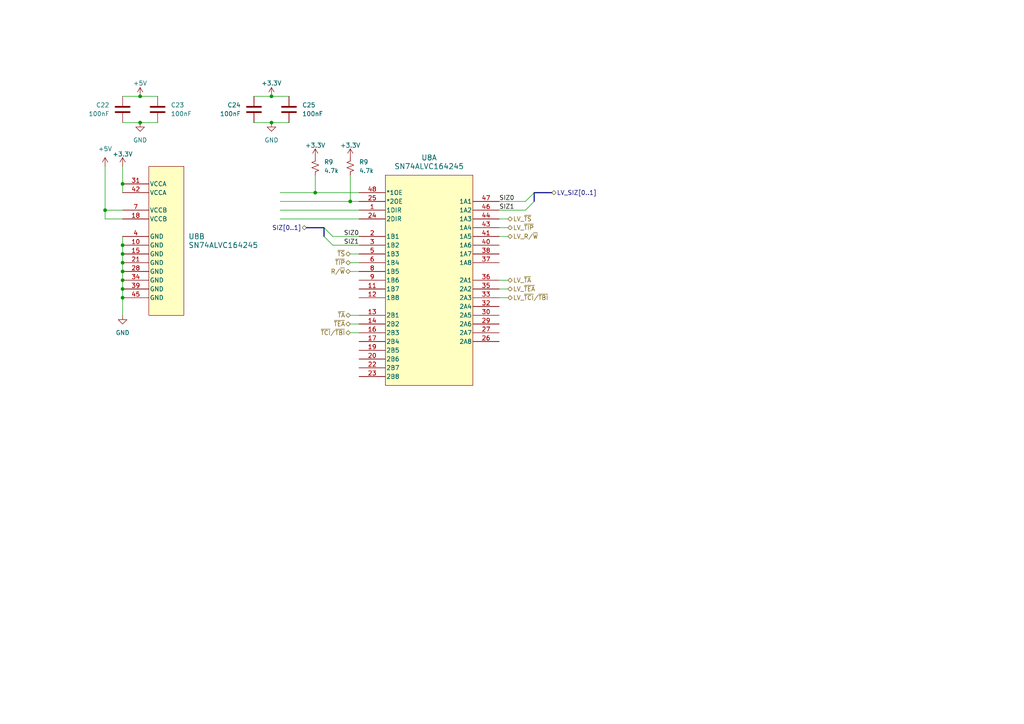
<source format=kicad_sch>
(kicad_sch (version 20230121) (generator eeschema)
  (paper "A4")
  (lib_symbols
    (symbol "68040:SN74ALVC164245" (pin_names (offset 0.254))
      (property "Reference" "U" (at 0 35.56 0))
      (property "Value" "SN74ALVC164245" (at 0 33.02 0))
      (symbol "SN74ALVC164245_1_1"
        (rectangle (start -12.7 30.48) (end 12.7 -30.48) (fill (type background)))
        (pin input line (at -20.32 20.32 0) (length 7.62) (name "1DIR") (number "1"))
        (pin bidirectional line (at -20.32 -2.54 0) (length 7.62) (name "1B7") (number "11"))
        (pin bidirectional line (at -20.32 -5.08 0) (length 7.62) (name "1B8") (number "12"))
        (pin bidirectional line (at -20.32 -10.16 0) (length 7.62) (name "2B1") (number "13"))
        (pin bidirectional line (at -20.32 -12.7 0) (length 7.62) (name "2B2") (number "14"))
        (pin bidirectional line (at -20.32 -15.24 0) (length 7.62) (name "2B3") (number "16"))
        (pin bidirectional line (at -20.32 -17.78 0) (length 7.62) (name "2B4") (number "17"))
        (pin bidirectional line (at -20.32 -20.32 0) (length 7.62) (name "2B5") (number "19"))
        (pin bidirectional line (at -20.32 12.7 0) (length 7.62) (name "1B1") (number "2"))
        (pin bidirectional line (at -20.32 -22.86 0) (length 7.62) (name "2B6") (number "20"))
        (pin bidirectional line (at -20.32 -25.4 0) (length 7.62) (name "2B7") (number "22"))
        (pin bidirectional line (at -20.32 -27.94 0) (length 7.62) (name "2B8") (number "23"))
        (pin input line (at -20.32 17.78 0) (length 7.62) (name "2DIR") (number "24"))
        (pin input line (at -20.32 22.86 0) (length 7.62) (name "*2OE") (number "25"))
        (pin bidirectional line (at 20.32 -17.78 180) (length 7.62) (name "2A8") (number "26"))
        (pin bidirectional line (at 20.32 -15.24 180) (length 7.62) (name "2A7") (number "27"))
        (pin bidirectional line (at 20.32 -12.7 180) (length 7.62) (name "2A6") (number "29"))
        (pin bidirectional line (at -20.32 10.16 0) (length 7.62) (name "1B2") (number "3"))
        (pin bidirectional line (at 20.32 -10.16 180) (length 7.62) (name "2A5") (number "30"))
        (pin bidirectional line (at 20.32 -7.62 180) (length 7.62) (name "2A4") (number "32"))
        (pin bidirectional line (at 20.32 -5.08 180) (length 7.62) (name "2A3") (number "33"))
        (pin bidirectional line (at 20.32 -2.54 180) (length 7.62) (name "2A2") (number "35"))
        (pin bidirectional line (at 20.32 0 180) (length 7.62) (name "2A1") (number "36"))
        (pin bidirectional line (at 20.32 5.08 180) (length 7.62) (name "1A8") (number "37"))
        (pin bidirectional line (at 20.32 7.62 180) (length 7.62) (name "1A7") (number "38"))
        (pin bidirectional line (at 20.32 10.16 180) (length 7.62) (name "1A6") (number "40"))
        (pin bidirectional line (at 20.32 12.7 180) (length 7.62) (name "1A5") (number "41"))
        (pin bidirectional line (at 20.32 15.24 180) (length 7.62) (name "1A4") (number "43"))
        (pin bidirectional line (at 20.32 17.78 180) (length 7.62) (name "1A3") (number "44"))
        (pin bidirectional line (at 20.32 20.32 180) (length 7.62) (name "1A2") (number "46"))
        (pin bidirectional line (at 20.32 22.86 180) (length 7.62) (name "1A1") (number "47"))
        (pin input line (at -20.32 25.4 0) (length 7.62) (name "*1OE") (number "48"))
        (pin bidirectional line (at -20.32 7.62 0) (length 7.62) (name "1B3") (number "5"))
        (pin bidirectional line (at -20.32 5.08 0) (length 7.62) (name "1B4") (number "6"))
        (pin bidirectional line (at -20.32 2.54 0) (length 7.62) (name "1B5") (number "8"))
        (pin bidirectional line (at -20.32 0 0) (length 7.62) (name "1B6") (number "9"))
      )
      (symbol "SN74ALVC164245_2_1"
        (rectangle (start 7.62 5.08) (end 17.78 -38.1) (fill (type background)))
        (pin power_in line (at 0 -17.78 0) (length 7.62) (name "GND") (number "10"))
        (pin power_in line (at 0 -20.32 0) (length 7.62) (name "GND") (number "15"))
        (pin power_in line (at 0 -10.16 0) (length 7.62) (name "VCCB") (number "18"))
        (pin power_in line (at 0 -22.86 0) (length 7.62) (name "GND") (number "21"))
        (pin power_in line (at 0 -25.4 0) (length 7.62) (name "GND") (number "28"))
        (pin power_in line (at 0 0 0) (length 7.62) (name "VCCA") (number "31"))
        (pin power_in line (at 0 -27.94 0) (length 7.62) (name "GND") (number "34"))
        (pin power_in line (at 0 -30.48 0) (length 7.62) (name "GND") (number "39"))
        (pin power_in line (at 0 -15.24 0) (length 7.62) (name "GND") (number "4"))
        (pin power_in line (at 0 -2.54 0) (length 7.62) (name "VCCA") (number "42"))
        (pin power_in line (at 0 -33.02 0) (length 7.62) (name "GND") (number "45"))
        (pin power_in line (at 0 -7.62 0) (length 7.62) (name "VCCB") (number "7"))
      )
    )
    (symbol "Device:C" (pin_numbers hide) (pin_names (offset 0.254))
      (property "Reference" "C" (at 0.635 2.54 0))
      (property "Value" "C" (at 0.635 -2.54 0))
      (symbol "C_0_1"
        (polyline (pts (xy -2.032 -0.762) (xy 2.032 -0.762)) (stroke (width 0.508)))
        (polyline (pts (xy -2.032 0.762) (xy 2.032 0.762)) (stroke (width 0.508)))
      )
      (symbol "C_1_1"
        (pin passive line (at 0 3.81 270) (length 2.794) (name "~") (number "1"))
        (pin passive line (at 0 -3.81 90) (length 2.794) (name "~") (number "2"))
      )
    )
    (symbol "Device:R_Small_US" (pin_numbers hide) (pin_names (offset 0.254) hide)
      (property "Reference" "R" (at 0.762 0.508 0))
      (property "Value" "R_Small_US" (at 0.762 -1.016 0))
      (symbol "R_Small_US_1_1"
        (polyline (pts (xy 0 0) (xy 1.016 -0.381) (xy 0 -0.762) (xy -1.016 -1.143) (xy 0 -1.524)))
        (polyline (pts (xy 0 1.524) (xy 1.016 1.143) (xy 0 0.762) (xy -1.016 0.381) (xy 0 0)))
        (pin passive line (at 0 2.54 270) (length 1.016) (name "~") (number "1"))
        (pin passive line (at 0 -2.54 90) (length 1.016) (name "~") (number "2"))
      )
    )
    (symbol "power:+3.3V" (power) (pin_names (offset 0))
      (property "Value" "+3.3V" (at 0 3.556 0))
      (symbol "+3.3V_0_1"
        (polyline (pts (xy -0.762 1.27) (xy 0 2.54)))
        (polyline (pts (xy 0 0) (xy 0 2.54)))
        (polyline (pts (xy 0 2.54) (xy 0.762 1.27)))
      )
      (symbol "+3.3V_1_1"
        (pin power_in line (at 0 0 90) (length 0) hide (name "+3.3V") (number "1"))
      )
    )
    (symbol "power:+5V" (power) (pin_names (offset 0))
      (property "Value" "+5V" (at 0 3.556 0))
      (symbol "+5V_0_1"
        (polyline (pts (xy -0.762 1.27) (xy 0 2.54)))
        (polyline (pts (xy 0 0) (xy 0 2.54)))
        (polyline (pts (xy 0 2.54) (xy 0.762 1.27)))
      )
      (symbol "+5V_1_1"
        (pin power_in line (at 0 0 90) (length 0) hide (name "+5V") (number "1"))
      )
    )
    (symbol "power:GND" (power) (pin_names (offset 0))
      (property "Value" "GND" (at 0 -3.81 0))
      (symbol "GND_0_1"
        (polyline (pts (xy 0 0) (xy 0 -1.27) (xy 1.27 -1.27) (xy 0 -2.54) (xy -1.27 -1.27) (xy 0 -1.27)))
      )
      (symbol "GND_1_1"
        (pin power_in line (at 0 0 270) (length 0) hide (name "GND") (number "1"))
      )
    )
  )
  (junction (at 35.56 86.36))
  (junction (at 35.56 76.2))
  (junction (at 78.74 27.94))
  (junction (at 35.56 83.82))
  (junction (at 78.74 35.56))
  (junction (at 40.64 35.56))
  (junction (at 35.56 73.66))
  (junction (at 35.56 78.74))
  (junction (at 30.48 60.96))
  (junction (at 35.56 53.34))
  (junction (at 35.56 71.12))
  (junction (at 101.6 58.42))
  (junction (at 40.64 27.94))
  (junction (at 35.56 81.28))
  (junction (at 91.44 55.88))
  (bus_entry (at 154.94 58.42) (size -2.54 2.54))
  (bus_entry (at 93.98 66.04) (size 2.54 2.54))
  (bus_entry (at 93.98 68.58) (size 2.54 2.54))
  (bus_entry (at 154.94 55.88) (size -2.54 2.54))
  (wire (pts (xy 40.64 35.56) (xy 45.72 35.56)))
  (wire (pts (xy 147.32 63.5) (xy 144.78 63.5)))
  (wire (pts (xy 101.6 58.42) (xy 104.14 58.42)))
  (wire (pts (xy 78.74 27.94) (xy 83.82 27.94)))
  (wire (pts (xy 101.6 93.98) (xy 104.14 93.98)))
  (wire (pts (xy 96.52 68.58) (xy 104.14 68.58)))
  (bus (pts (xy 160.02 55.88) (xy 154.94 55.88)))
  (wire (pts (xy 35.56 27.94) (xy 40.64 27.94)))
  (wire (pts (xy 152.4 58.42) (xy 144.78 58.42)))
  (wire (pts (xy 147.32 81.28) (xy 144.78 81.28)))
  (wire (pts (xy 91.44 50.8) (xy 91.44 55.88)))
  (wire (pts (xy 101.6 91.44) (xy 104.14 91.44)))
  (wire (pts (xy 101.6 96.52) (xy 104.14 96.52)))
  (bus (pts (xy 154.94 55.88) (xy 154.94 58.42)))
  (wire (pts (xy 147.32 86.36) (xy 144.78 86.36)))
  (wire (pts (xy 73.66 35.56) (xy 78.74 35.56)))
  (wire (pts (xy 35.56 48.26) (xy 35.56 53.34)))
  (bus (pts (xy 88.9 66.04) (xy 93.98 66.04)))
  (wire (pts (xy 35.56 35.56) (xy 40.64 35.56)))
  (wire (pts (xy 78.74 35.56) (xy 83.82 35.56)))
  (wire (pts (xy 35.56 71.12) (xy 35.56 73.66)))
  (wire (pts (xy 81.28 60.96) (xy 104.14 60.96)))
  (wire (pts (xy 40.64 27.94) (xy 45.72 27.94)))
  (wire (pts (xy 35.56 76.2) (xy 35.56 78.74)))
  (wire (pts (xy 147.32 83.82) (xy 144.78 83.82)))
  (wire (pts (xy 101.6 73.66) (xy 104.14 73.66)))
  (wire (pts (xy 81.28 63.5) (xy 104.14 63.5)))
  (wire (pts (xy 73.66 27.94) (xy 78.74 27.94)))
  (wire (pts (xy 81.28 55.88) (xy 91.44 55.88)))
  (wire (pts (xy 30.48 60.96) (xy 35.56 60.96)))
  (wire (pts (xy 35.56 73.66) (xy 35.56 76.2)))
  (wire (pts (xy 101.6 76.2) (xy 104.14 76.2)))
  (wire (pts (xy 81.28 58.42) (xy 101.6 58.42)))
  (wire (pts (xy 147.32 66.04) (xy 144.78 66.04)))
  (wire (pts (xy 91.44 55.88) (xy 104.14 55.88)))
  (wire (pts (xy 101.6 78.74) (xy 104.14 78.74)))
  (wire (pts (xy 35.56 83.82) (xy 35.56 86.36)))
  (wire (pts (xy 35.56 86.36) (xy 35.56 91.44)))
  (wire (pts (xy 30.48 60.96) (xy 30.48 63.5)))
  (wire (pts (xy 30.48 48.26) (xy 30.48 60.96)))
  (bus (pts (xy 93.98 66.04) (xy 93.98 68.58)))
  (wire (pts (xy 35.56 53.34) (xy 35.56 55.88)))
  (wire (pts (xy 35.56 81.28) (xy 35.56 83.82)))
  (wire (pts (xy 96.52 71.12) (xy 104.14 71.12)))
  (wire (pts (xy 152.4 60.96) (xy 144.78 60.96)))
  (wire (pts (xy 35.56 68.58) (xy 35.56 71.12)))
  (wire (pts (xy 30.48 63.5) (xy 35.56 63.5)))
  (wire (pts (xy 35.56 78.74) (xy 35.56 81.28)))
  (wire (pts (xy 147.32 68.58) (xy 144.78 68.58)))
  (wire (pts (xy 101.6 50.8) (xy 101.6 58.42)))
  (label "SIZ1" (at 144.78 60.96 0))
  (label "SIZ0" (at 104.14 68.58 180))
  (label "SIZ1" (at 104.14 71.12 180))
  (label "SIZ0" (at 144.78 58.42 0))
  (hierarchical_label "~{TEA}" (shape tri_state) (at 101.6 93.98 180))
  (hierarchical_label "~{TIP}" (shape tri_state) (at 101.6 76.2 180))
  (hierarchical_label "LV_R{slash}~{W}" (shape tri_state) (at 147.32 68.58 0))
  (hierarchical_label "~{TA}" (shape tri_state) (at 101.6 91.44 180))
  (hierarchical_label "LV_~{TCI}{slash}~{TBI}" (shape tri_state) (at 147.32 86.36 0))
  (hierarchical_label "LV_~{TA}" (shape tri_state) (at 147.32 81.28 0))
  (hierarchical_label "LV_~{TIP}" (shape tri_state) (at 147.32 66.04 0))
  (hierarchical_label "~{TS}" (shape tri_state) (at 101.6 73.66 180))
  (hierarchical_label "R{slash}~{W}" (shape tri_state) (at 101.6 78.74 180))
  (hierarchical_label "LV_~{TS}" (shape tri_state) (at 147.32 63.5 0))
  (hierarchical_label "~{TCI}{slash}~{TBI}" (shape tri_state) (at 101.6 96.52 180))
  (hierarchical_label "LV_~{TEA}" (shape tri_state) (at 147.32 83.82 0))
  (hierarchical_label "SIZ[0..1]" (shape tri_state) (at 88.9 66.04 180))
  (hierarchical_label "LV_SIZ[0..1]" (shape tri_state) (at 160.02 55.88 0))
  (symbol (lib_id "power:+3.3V") (at 91.44 45.72 0) (unit 1)
    (property "Reference" "#PWR047" (effects hide))
    (property "Value" "+3.3V" (at 91.44 42.164 0))
    (instances (project "UPduino_v3.0" (path "" (reference "#PWR047") (unit 1))) (project "68040pc" (path "" (reference "#PWR0100") (unit 1)) (path "" (reference "#PWR026") (unit 1)) (path "" (reference "#PWR0181") (unit 1)) (path "" (reference "#PWR0210") (unit 1))))
  )
  (symbol (lib_id "68040:SN74ALVC164245") (at 35.56 53.34 0) (unit 2)
    (property "Reference" "U8" (at 54.61 68.58 0) (effects (font (size 1.524 1.524)) (justify left)))
    (property "Value" "SN74ALVC164245" (at 54.61 71.12 0) (effects (font (size 1.524 1.524)) (justify left)))
    (property "Footprint" "Package_SO:TSSOP-48_6.1x12.5mm_P0.5mm" (effects hide))
    (property "Datasheet" "SN74ALVC164245DLR" (effects hide))
  )
  (symbol (lib_id "Device:R_Small_US") (at 91.44 48.26 0) (mirror y) (unit 1)
    (property "Reference" "R9" (at 93.98 46.99 0) (effects (justify right)))
    (property "Value" "4.7k" (at 93.98 49.53 0) (effects (justify right)))
    (instances (project "68040pc" (path "" (reference "R9") (unit 1)) (path "" (reference "R26") (unit 1))))
  )
  (symbol (lib_id "Device:C") (at 45.72 31.75 0) (unit 1)
    (property "Reference" "C23" (at 49.53 30.48 0) (effects (justify left)))
    (property "Value" "100nF" (at 49.53 33.02 0) (effects (justify left)))
    (instances (project "68040pc" (path "" (reference "C23") (unit 1)) (path "" (reference "C29") (unit 1)) (path "" (reference "C29") (unit 1))))
  )
  (symbol (lib_id "Device:R_Small_US") (at 101.6 48.26 0) (mirror y) (unit 1)
    (property "Reference" "R9" (at 104.14 46.99 0) (effects (justify right)))
    (property "Value" "4.7k" (at 104.14 49.53 0) (effects (justify right)))
  )
  (symbol (lib_id "power:GND") (at 40.64 35.56 0) (unit 1)
    (property "Reference" "#PWR0184" (effects hide))
    (property "Value" "GND" (at 40.64 40.64 0))
    (instances (project "68040pc" (path "" (reference "#PWR0184") (unit 1)) (path "" (reference "#PWR0182") (unit 1))))
  )
  (symbol (lib_id "Device:C") (at 73.66 31.75 0) (mirror y) (unit 1)
    (property "Reference" "C24" (at 69.85 30.48 0) (effects (justify left)))
    (property "Value" "100nF" (at 69.85 33.02 0) (effects (justify left)))
    (instances (project "68040pc" (path "" (reference "C24") (unit 1)) (path "" (reference "C30") (unit 1)) (path "" (reference "C30") (unit 1))))
  )
  (symbol (lib_id "68040:SN74ALVC164245") (at 124.46 81.28 0) (unit 1)
    (property "Reference" "U8" (at 124.46 45.72 0) (effects (font (size 1.524 1.524))))
    (property "Value" "SN74ALVC164245" (at 124.46 48.26 0) (effects (font (size 1.524 1.524))))
    (property "Footprint" "Package_SO:TSSOP-48_6.1x12.5mm_P0.5mm" (effects hide))
    (property "Datasheet" "SN74ALVC164245DLR" (effects hide))
  )
  (symbol (lib_id "power:GND") (at 35.56 91.44 0) (unit 1)
    (property "Reference" "#PWR0180" (effects hide))
    (property "Value" "GND" (at 35.56 96.52 0))
  )
  (symbol (lib_id "Device:C") (at 35.56 31.75 0) (mirror y) (unit 1)
    (property "Reference" "C22" (at 31.75 30.48 0) (effects (justify left)))
    (property "Value" "100nF" (at 31.75 33.02 0) (effects (justify left)))
    (instances (project "68040pc" (path "" (reference "C22") (unit 1)) (path "" (reference "C28") (unit 1)) (path "" (reference "C28") (unit 1))))
  )
  (symbol (lib_id "power:+3.3V") (at 101.6 45.72 0) (unit 1)
    (property "Reference" "#PWR047" (effects hide))
    (property "Value" "+3.3V" (at 101.6 42.164 0))
    (instances (project "UPduino_v3.0" (path "" (reference "#PWR047") (unit 1))) (project "68040pc" (path "" (reference "#PWR0100") (unit 1)) (path "" (reference "#PWR026") (unit 1)) (path "" (reference "#PWR0181") (unit 1)) (path "" (reference "#PWR0185") (unit 1))))
  )
  (symbol (lib_id "Device:C") (at 83.82 31.75 0) (unit 1)
    (property "Reference" "C25" (at 87.63 30.48 0) (effects (justify left)))
    (property "Value" "100nF" (at 87.63 33.02 0) (effects (justify left)))
    (instances (project "68040pc" (path "" (reference "C25") (unit 1)) (path "" (reference "C31") (unit 1)) (path "" (reference "C31") (unit 1))))
  )
  (symbol (lib_id "power:+5V") (at 40.64 27.94 0) (unit 1)
    (property "Reference" "#PWR0182" (effects hide))
    (property "Value" "+5V" (at 40.64 24.13 0))
    (instances (project "68040pc" (path "" (reference "#PWR0182") (unit 1)) (path "" (reference "#PWR0181") (unit 1))))
  )
  (symbol (lib_id "power:+3.3V") (at 78.74 27.94 0) (unit 1)
    (property "Reference" "#PWR0183" (effects hide))
    (property "Value" "+3.3V" (at 78.74 24.13 0))
  )
  (symbol (lib_id "power:+3.3V") (at 35.56 48.26 0) (unit 1)
    (property "Reference" "#PWR047" (effects hide))
    (property "Value" "+3.3V" (at 35.56 44.704 0))
    (instances (project "UPduino_v3.0" (path "" (reference "#PWR047") (unit 1))) (project "68040pc" (path "" (reference "#PWR0100") (unit 1)) (path "" (reference "#PWR026") (unit 1)) (path "" (reference "#PWR0179") (unit 1)) (path "" (reference "#PWR0179") (unit 1))))
  )
  (symbol (lib_id "power:GND") (at 78.74 35.56 0) (unit 1)
    (property "Reference" "#PWR0185" (effects hide))
    (property "Value" "GND" (at 78.74 40.64 0))
    (instances (project "68040pc" (path "" (reference "#PWR0185") (unit 1)) (path "" (reference "#PWR0184") (unit 1))))
  )
  (symbol (lib_id "power:+5V") (at 30.48 48.26 0) (unit 1)
    (property "Reference" "#PWR0178" (effects hide))
    (property "Value" "+5V" (at 30.48 43.18 0))
    (instances (project "68040pc" (path "" (reference "#PWR0178") (unit 1)) (path "" (reference "#PWR099") (unit 1)) (path "" (reference "#PWR025") (unit 1)) (path "" (reference "#PWR0178") (unit 1))))
  )
)
</source>
